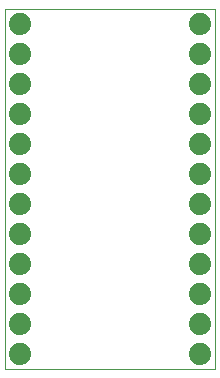
<source format=gbs>
G75*
G70*
%OFA0B0*%
%FSLAX24Y24*%
%IPPOS*%
%LPD*%
%AMOC8*
5,1,8,0,0,1.08239X$1,22.5*
%
%ADD10C,0.0000*%
%ADD11C,0.0740*%
D10*
X000100Y000100D02*
X000100Y012100D01*
X007100Y012100D01*
X007100Y000100D01*
X000100Y000100D01*
D11*
X000600Y000600D03*
X000600Y001600D03*
X000600Y002600D03*
X000600Y003600D03*
X000600Y004600D03*
X000600Y005600D03*
X000600Y006600D03*
X000600Y007600D03*
X000600Y008600D03*
X000600Y009600D03*
X000600Y010600D03*
X000600Y011600D03*
X006600Y011600D03*
X006600Y010600D03*
X006600Y009600D03*
X006600Y008600D03*
X006600Y007600D03*
X006600Y006600D03*
X006600Y005600D03*
X006600Y004600D03*
X006600Y003600D03*
X006600Y002600D03*
X006600Y001600D03*
X006600Y000600D03*
M02*

</source>
